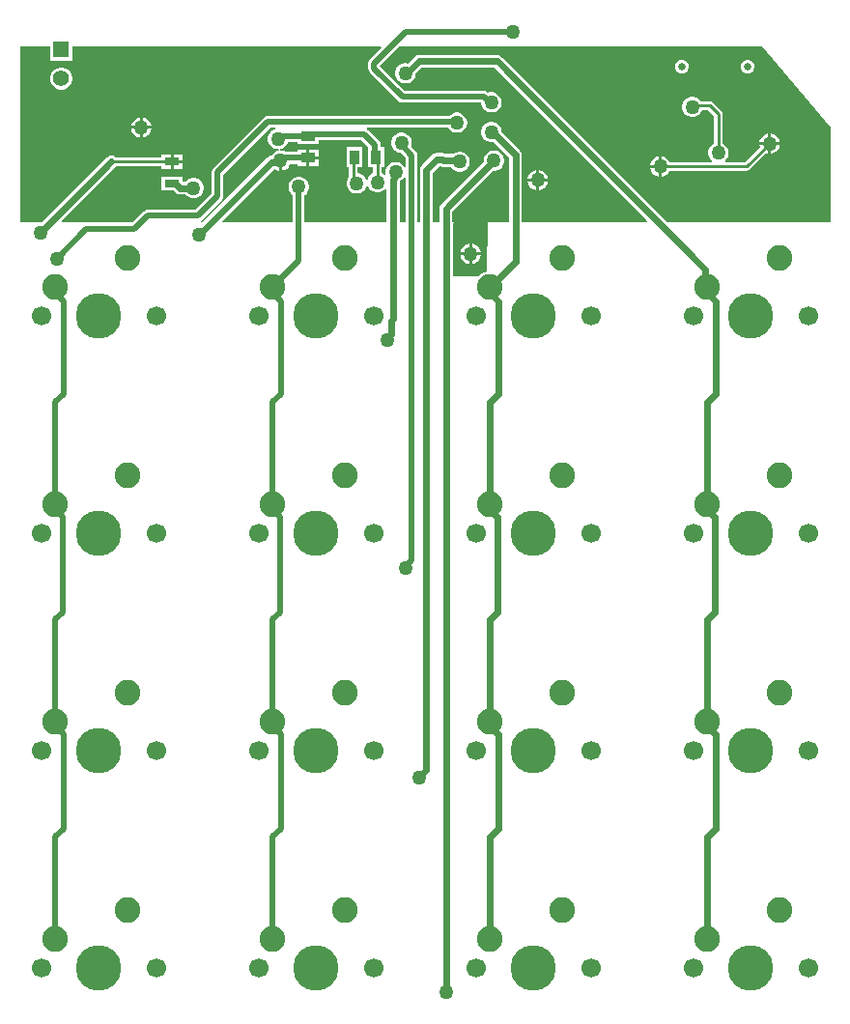
<source format=gbr>
G04*
G04 #@! TF.GenerationSoftware,Altium Limited,Altium Designer,22.4.2 (48)*
G04*
G04 Layer_Physical_Order=1*
G04 Layer_Color=255*
%FSLAX43Y43*%
%MOMM*%
G71*
G04*
G04 #@! TF.SameCoordinates,BF6EAB14-F510-4D30-AECA-DAF16463F929*
G04*
G04*
G04 #@! TF.FilePolarity,Positive*
G04*
G01*
G75*
%ADD12C,0.254*%
%ADD13R,1.300X0.700*%
%ADD14R,1.300X0.900*%
%ADD15R,0.900X1.300*%
%ADD26C,0.500*%
%ADD27C,0.625*%
%ADD28C,2.250*%
%ADD29C,1.700*%
%ADD30C,3.988*%
%ADD31C,0.650*%
%ADD32C,1.416*%
%ADD33R,1.416X1.416*%
%ADD34C,1.270*%
G36*
X129600Y91500D02*
Y83200D01*
X115317D01*
X100808Y97708D01*
X100621Y97834D01*
X100400Y97878D01*
X93549D01*
X93328Y97834D01*
X93140Y97708D01*
X92554Y97122D01*
X92492Y97139D01*
X92258D01*
X92032Y97078D01*
X91829Y96961D01*
X91664Y96796D01*
X91547Y96593D01*
X91486Y96367D01*
Y96133D01*
X91547Y95907D01*
X91664Y95704D01*
X91829Y95539D01*
X92032Y95422D01*
X92258Y95361D01*
X92492D01*
X92718Y95422D01*
X92921Y95539D01*
X93086Y95704D01*
X93203Y95907D01*
X93264Y96133D01*
Y96198D01*
X93788Y96722D01*
X100161D01*
X113566Y83317D01*
X113517Y83200D01*
X102578D01*
Y89100D01*
X102534Y89321D01*
X102408Y89508D01*
X100789Y91128D01*
Y91217D01*
X100728Y91443D01*
X100611Y91646D01*
X100446Y91811D01*
X100243Y91928D01*
X100017Y91989D01*
X99783D01*
X99557Y91928D01*
X99354Y91811D01*
X99189Y91646D01*
X99072Y91443D01*
X99011Y91217D01*
Y90983D01*
X99072Y90757D01*
X99189Y90554D01*
X99354Y90389D01*
X99557Y90272D01*
X99783Y90211D01*
X100017D01*
X100061Y90223D01*
X101422Y88861D01*
Y83200D01*
X99620D01*
X99525Y78897D01*
X99258Y78825D01*
X98943Y78643D01*
X98793Y78493D01*
X96640Y78473D01*
X96550Y78563D01*
Y83128D01*
X96577Y83200D01*
X96478D01*
Y84161D01*
X100028Y87711D01*
X100217D01*
X100443Y87772D01*
X100646Y87889D01*
X100811Y88054D01*
X100928Y88257D01*
X100989Y88483D01*
Y88717D01*
X100928Y88943D01*
X100811Y89146D01*
X100646Y89311D01*
X100443Y89428D01*
X100217Y89489D01*
X99983D01*
X99757Y89428D01*
X99554Y89311D01*
X99389Y89146D01*
X99272Y88943D01*
X99211Y88717D01*
Y88528D01*
X95492Y84808D01*
X95366Y84621D01*
X95322Y84400D01*
Y83200D01*
X94778D01*
Y87561D01*
X95339Y88122D01*
X95424D01*
X95473Y88090D01*
X95694Y88046D01*
X96361D01*
X96414Y87954D01*
X96579Y87789D01*
X96782Y87672D01*
X97008Y87611D01*
X97242D01*
X97468Y87672D01*
X97671Y87789D01*
X97836Y87954D01*
X97953Y88157D01*
X98014Y88383D01*
Y88617D01*
X97953Y88843D01*
X97836Y89046D01*
X97671Y89211D01*
X97468Y89328D01*
X97242Y89389D01*
X97008D01*
X96782Y89328D01*
X96579Y89211D01*
X96569Y89201D01*
X95888D01*
X95839Y89234D01*
X95618Y89278D01*
X95100D01*
X94879Y89234D01*
X94692Y89108D01*
X93792Y88208D01*
X93666Y88021D01*
X93622Y87800D01*
Y83200D01*
X93414D01*
Y89067D01*
X93375Y89263D01*
X93263Y89430D01*
X92860Y89833D01*
X92914Y90033D01*
Y90267D01*
X92853Y90493D01*
X92736Y90696D01*
X92571Y90861D01*
X92368Y90978D01*
X92142Y91039D01*
X91908D01*
X91682Y90978D01*
X91479Y90861D01*
X91314Y90696D01*
X91197Y90493D01*
X91136Y90267D01*
Y90033D01*
X91197Y89807D01*
X91314Y89604D01*
X91479Y89439D01*
X91682Y89322D01*
X91908Y89261D01*
X91979D01*
X92386Y88854D01*
Y88097D01*
X92259Y88063D01*
X92211Y88146D01*
X92046Y88311D01*
X91843Y88428D01*
X91617Y88489D01*
X91383D01*
X91157Y88428D01*
X90954Y88311D01*
X90789Y88146D01*
X90672Y87943D01*
X90611Y87717D01*
Y87483D01*
X90632Y87405D01*
X90518Y87339D01*
X90446Y87411D01*
X90288Y87502D01*
Y87996D01*
X90504D01*
Y89804D01*
X90209D01*
Y89955D01*
X90169Y90152D01*
X90058Y90319D01*
X89095Y91282D01*
X88979Y91359D01*
X89018Y91486D01*
X96102D01*
X96164Y91379D01*
X96329Y91214D01*
X96532Y91097D01*
X96758Y91036D01*
X96992D01*
X97218Y91097D01*
X97421Y91214D01*
X97586Y91379D01*
X97703Y91582D01*
X97764Y91808D01*
Y92042D01*
X97703Y92268D01*
X97586Y92471D01*
X97421Y92636D01*
X97218Y92753D01*
X96992Y92814D01*
X96758D01*
X96532Y92753D01*
X96329Y92636D01*
X96207Y92514D01*
X80300D01*
X80103Y92475D01*
X79937Y92363D01*
X75537Y87963D01*
X75425Y87797D01*
X75386Y87600D01*
Y85713D01*
X73987Y84314D01*
X69783D01*
X69587Y84275D01*
X69420Y84163D01*
X68456Y83200D01*
X62283D01*
X62234Y83317D01*
X67008Y88092D01*
X67022Y88112D01*
X70996D01*
Y87896D01*
X71773D01*
Y88500D01*
Y89104D01*
X70996D01*
Y88888D01*
X67022D01*
X67008Y88908D01*
X66821Y89034D01*
X66600Y89078D01*
X66379Y89034D01*
X66192Y88908D01*
X60483Y83200D01*
X58690D01*
X58600Y83290D01*
X58600Y84000D01*
X58600Y98611D01*
X61238D01*
Y97378D01*
X63162D01*
Y98611D01*
X90219D01*
X90267Y98494D01*
X89244Y97470D01*
X89132Y97304D01*
X89093Y97107D01*
Y96693D01*
X89132Y96496D01*
X89244Y96330D01*
X91737Y93837D01*
X91903Y93725D01*
X92100Y93686D01*
X99009D01*
X99011Y93684D01*
Y93583D01*
X99072Y93357D01*
X99189Y93154D01*
X99354Y92989D01*
X99557Y92872D01*
X99783Y92811D01*
X100017D01*
X100243Y92872D01*
X100446Y92989D01*
X100611Y93154D01*
X100728Y93357D01*
X100789Y93583D01*
Y93817D01*
X100728Y94043D01*
X100611Y94246D01*
X100446Y94411D01*
X100243Y94528D01*
X100017Y94589D01*
X99783D01*
X99607Y94542D01*
X99585Y94563D01*
X99419Y94675D01*
X99222Y94714D01*
X92313D01*
X90127Y96900D01*
X91838Y98611D01*
X123600D01*
X129600Y91500D01*
D02*
G37*
G36*
X89025Y89898D02*
X89096Y89804D01*
X89096D01*
X89096Y89804D01*
Y87996D01*
X89512D01*
Y87502D01*
X89354Y87411D01*
X89189Y87246D01*
X89072Y87043D01*
X89052Y86971D01*
X88980Y86955D01*
X88918Y86961D01*
X88811Y87146D01*
X88646Y87311D01*
X88443Y87428D01*
X88217Y87489D01*
X88188D01*
Y87996D01*
X88604D01*
Y89804D01*
X87196D01*
Y87996D01*
X87412D01*
Y87175D01*
X87413Y87170D01*
X87389Y87146D01*
X87272Y86943D01*
X87211Y86717D01*
Y86483D01*
X87272Y86257D01*
X87389Y86054D01*
X87554Y85889D01*
X87757Y85772D01*
X87983Y85711D01*
X88217D01*
X88443Y85772D01*
X88646Y85889D01*
X88811Y86054D01*
X88928Y86257D01*
X88948Y86329D01*
X89020Y86345D01*
X89082Y86339D01*
X89189Y86154D01*
X89354Y85989D01*
X89557Y85872D01*
X89783Y85811D01*
X90017D01*
X90243Y85872D01*
X90446Y85989D01*
X90595Y86138D01*
X90722Y86116D01*
Y83200D01*
X83514D01*
Y85570D01*
X83546Y85589D01*
X83711Y85754D01*
X83828Y85957D01*
X83889Y86183D01*
Y86417D01*
X83828Y86643D01*
X83711Y86846D01*
X83546Y87011D01*
X83343Y87128D01*
X83117Y87189D01*
X82883D01*
X82657Y87128D01*
X82454Y87011D01*
X82289Y86846D01*
X82172Y86643D01*
X82111Y86417D01*
Y86183D01*
X82172Y85957D01*
X82289Y85754D01*
X82454Y85589D01*
X82486Y85570D01*
Y83200D01*
X76358D01*
X76309Y83317D01*
X80871Y87879D01*
X81057Y87772D01*
X81273Y87714D01*
Y88600D01*
X81527D01*
Y87714D01*
X81743Y87772D01*
X81946Y87889D01*
X82111Y88054D01*
X82228Y88257D01*
X82245Y88318D01*
X82928D01*
Y88128D01*
X83705D01*
Y88832D01*
Y89536D01*
X82928D01*
Y89346D01*
X81886D01*
X81743Y89428D01*
X81517Y89489D01*
X81352D01*
X81336Y89616D01*
X81543Y89672D01*
X81746Y89789D01*
X81911Y89954D01*
X82028Y90157D01*
X82045Y90218D01*
X82928D01*
Y90028D01*
X84736D01*
Y90405D01*
X88518D01*
X89025Y89898D01*
D02*
G37*
G36*
X92386Y87103D02*
Y83200D01*
X91878D01*
Y86751D01*
X91910Y86799D01*
X91913Y86812D01*
X92046Y86889D01*
X92211Y87054D01*
X92259Y87137D01*
X92386Y87103D01*
D02*
G37*
G36*
X80971Y91359D02*
X80857Y91328D01*
X80654Y91211D01*
X80489Y91046D01*
X80372Y90843D01*
X80311Y90617D01*
Y90383D01*
X80372Y90157D01*
X80489Y89954D01*
X80654Y89789D01*
X80857Y89672D01*
X81083Y89611D01*
X81248D01*
X81264Y89484D01*
X81057Y89428D01*
X80854Y89311D01*
X80689Y89146D01*
X80634Y89051D01*
X80431Y89010D01*
X80243Y88885D01*
X74558Y83200D01*
X74418D01*
X74397Y83325D01*
X74563Y83437D01*
X76263Y85137D01*
X76375Y85303D01*
X76414Y85500D01*
Y87387D01*
X80513Y91486D01*
X80955D01*
X80971Y91359D01*
D02*
G37*
%LPC*%
G36*
X122470Y97424D02*
X122240D01*
X122027Y97336D01*
X121864Y97173D01*
X121776Y96960D01*
Y96730D01*
X121864Y96517D01*
X122027Y96354D01*
X122240Y96266D01*
X122470D01*
X122683Y96354D01*
X122846Y96517D01*
X122934Y96730D01*
Y96960D01*
X122846Y97173D01*
X122683Y97336D01*
X122470Y97424D01*
D02*
G37*
G36*
X116690D02*
X116460D01*
X116247Y97336D01*
X116084Y97173D01*
X115996Y96960D01*
Y96730D01*
X116084Y96517D01*
X116247Y96354D01*
X116460Y96266D01*
X116690D01*
X116903Y96354D01*
X117066Y96517D01*
X117154Y96730D01*
Y96960D01*
X117066Y97173D01*
X116903Y97336D01*
X116690Y97424D01*
D02*
G37*
G36*
X62327Y96762D02*
X62073D01*
X61829Y96696D01*
X61609Y96570D01*
X61430Y96391D01*
X61304Y96171D01*
X61238Y95927D01*
Y95673D01*
X61304Y95429D01*
X61430Y95209D01*
X61609Y95030D01*
X61829Y94904D01*
X62073Y94838D01*
X62327D01*
X62571Y94904D01*
X62791Y95030D01*
X62970Y95209D01*
X63096Y95429D01*
X63162Y95673D01*
Y95927D01*
X63096Y96171D01*
X62970Y96391D01*
X62791Y96570D01*
X62571Y96696D01*
X62327Y96762D01*
D02*
G37*
G36*
X69327Y92386D02*
Y91627D01*
X70086D01*
X70028Y91843D01*
X69911Y92046D01*
X69746Y92211D01*
X69543Y92328D01*
X69327Y92386D01*
D02*
G37*
G36*
X69073D02*
X68857Y92328D01*
X68654Y92211D01*
X68489Y92046D01*
X68372Y91843D01*
X68314Y91627D01*
X69073D01*
Y92386D01*
D02*
G37*
G36*
X70086Y91373D02*
X69327D01*
Y90614D01*
X69543Y90672D01*
X69746Y90789D01*
X69911Y90954D01*
X70028Y91157D01*
X70086Y91373D01*
D02*
G37*
G36*
X69073D02*
X68314D01*
X68372Y91157D01*
X68489Y90954D01*
X68654Y90789D01*
X68857Y90672D01*
X69073Y90614D01*
Y91373D01*
D02*
G37*
G36*
X124427Y90986D02*
Y90227D01*
X125186D01*
X125128Y90443D01*
X125011Y90646D01*
X124846Y90811D01*
X124643Y90928D01*
X124427Y90986D01*
D02*
G37*
G36*
X124173D02*
X123957Y90928D01*
X123754Y90811D01*
X123589Y90646D01*
X123472Y90443D01*
X123414Y90227D01*
X124173D01*
Y90986D01*
D02*
G37*
G36*
X125186Y89973D02*
X124427D01*
Y89214D01*
X124643Y89272D01*
X124846Y89389D01*
X125011Y89554D01*
X125128Y89757D01*
X125186Y89973D01*
D02*
G37*
G36*
X117617Y94189D02*
X117383D01*
X117157Y94128D01*
X116954Y94011D01*
X116789Y93846D01*
X116672Y93643D01*
X116611Y93417D01*
Y93183D01*
X116672Y92957D01*
X116789Y92754D01*
X116954Y92589D01*
X117157Y92472D01*
X117383Y92411D01*
X117617D01*
X117843Y92472D01*
X118046Y92589D01*
X118211Y92754D01*
X118328Y92957D01*
X118351Y93040D01*
X118911D01*
X119412Y92539D01*
Y90102D01*
X119254Y90011D01*
X119089Y89846D01*
X118972Y89643D01*
X118911Y89417D01*
Y89183D01*
X118972Y88957D01*
X119089Y88754D01*
X119227Y88615D01*
X119189Y88488D01*
X115502D01*
X115411Y88646D01*
X115246Y88811D01*
X115043Y88928D01*
X114827Y88986D01*
Y88100D01*
Y87214D01*
X115043Y87272D01*
X115246Y87389D01*
X115411Y87554D01*
X115502Y87712D01*
X122300D01*
X122449Y87741D01*
X122575Y87825D01*
X124007Y89258D01*
X124173Y89214D01*
Y89973D01*
X123414D01*
X123458Y89807D01*
X122139Y88488D01*
X120411D01*
X120373Y88615D01*
X120511Y88754D01*
X120628Y88957D01*
X120689Y89183D01*
Y89417D01*
X120628Y89643D01*
X120511Y89846D01*
X120346Y90011D01*
X120188Y90102D01*
Y92700D01*
X120159Y92849D01*
X120075Y92975D01*
X119346Y93703D01*
X119220Y93787D01*
X119071Y93817D01*
X118228D01*
X118211Y93846D01*
X118046Y94011D01*
X117843Y94128D01*
X117617Y94189D01*
D02*
G37*
G36*
X72804Y89104D02*
X72027D01*
Y88627D01*
X72804D01*
Y89104D01*
D02*
G37*
G36*
X114573Y88986D02*
X114357Y88928D01*
X114154Y88811D01*
X113989Y88646D01*
X113872Y88443D01*
X113814Y88227D01*
X114573D01*
Y88986D01*
D02*
G37*
G36*
X72804Y88373D02*
X72027D01*
Y87896D01*
X72804D01*
Y88373D01*
D02*
G37*
G36*
X114573Y87973D02*
X113814D01*
X113872Y87757D01*
X113989Y87554D01*
X114154Y87389D01*
X114357Y87272D01*
X114573Y87214D01*
Y87973D01*
D02*
G37*
G36*
X104087Y87786D02*
Y87027D01*
X104847D01*
X104789Y87243D01*
X104672Y87446D01*
X104506Y87611D01*
X104303Y87728D01*
X104087Y87786D01*
D02*
G37*
G36*
X103833D02*
X103617Y87728D01*
X103414Y87611D01*
X103249Y87446D01*
X103132Y87243D01*
X103074Y87027D01*
X103833D01*
Y87786D01*
D02*
G37*
G36*
X104847Y86773D02*
X104087D01*
Y86014D01*
X104303Y86072D01*
X104506Y86189D01*
X104672Y86354D01*
X104789Y86557D01*
X104847Y86773D01*
D02*
G37*
G36*
X103833D02*
X103074D01*
X103132Y86557D01*
X103249Y86354D01*
X103414Y86189D01*
X103617Y86072D01*
X103833Y86014D01*
Y86773D01*
D02*
G37*
G36*
X72804Y87204D02*
X70996D01*
Y85996D01*
X71987D01*
X72192Y85792D01*
X72379Y85666D01*
X72600Y85622D01*
X73120D01*
X73254Y85489D01*
X73457Y85372D01*
X73683Y85311D01*
X73917D01*
X74143Y85372D01*
X74346Y85489D01*
X74511Y85654D01*
X74628Y85857D01*
X74689Y86083D01*
Y86317D01*
X74628Y86543D01*
X74511Y86746D01*
X74346Y86911D01*
X74143Y87028D01*
X73917Y87089D01*
X73683D01*
X73457Y87028D01*
X73254Y86911D01*
X73120Y86778D01*
X72839D01*
X72804Y86813D01*
Y87204D01*
D02*
G37*
G36*
X98202Y81311D02*
Y80552D01*
X98961D01*
X98903Y80768D01*
X98786Y80971D01*
X98621Y81136D01*
X98418Y81253D01*
X98202Y81311D01*
D02*
G37*
G36*
X97948D02*
X97732Y81253D01*
X97529Y81136D01*
X97364Y80971D01*
X97247Y80768D01*
X97189Y80552D01*
X97948D01*
Y81311D01*
D02*
G37*
G36*
X98961Y80298D02*
X98202D01*
Y79539D01*
X98418Y79597D01*
X98621Y79714D01*
X98786Y79879D01*
X98903Y80082D01*
X98961Y80298D01*
D02*
G37*
G36*
X97948D02*
X97189D01*
X97247Y80082D01*
X97364Y79879D01*
X97529Y79714D01*
X97732Y79597D01*
X97948Y79539D01*
Y80298D01*
D02*
G37*
G36*
X84736Y89536D02*
X83959D01*
Y88959D01*
X84736D01*
Y89536D01*
D02*
G37*
G36*
Y88705D02*
X83959D01*
Y88128D01*
X84736D01*
Y88705D01*
D02*
G37*
%LPD*%
D12*
X66600Y88500D02*
X71900D01*
X89900Y86700D02*
Y88900D01*
X118840Y57953D02*
Y58490D01*
Y39003D02*
Y39440D01*
X99790Y77000D02*
Y77540D01*
X117629Y93429D02*
X119071D01*
X119800Y89800D02*
Y92700D01*
X119071Y93429D02*
X119800Y92700D01*
X114700Y88100D02*
X122300D01*
X124300Y90100D01*
X71900Y86600D02*
X72200D01*
X87800Y87175D02*
Y88900D01*
X88100Y86600D02*
Y86875D01*
X87800Y87175D02*
X88100Y86875D01*
X117500Y93300D02*
X117629Y93429D01*
D13*
X71900Y86600D02*
D03*
Y88500D02*
D03*
D14*
X83832Y88832D02*
D03*
Y90732D02*
D03*
D15*
X87900Y88900D02*
D03*
X89800D02*
D03*
D26*
X80300Y92000D02*
X96800D01*
X96875Y91925D01*
X81841Y88832D02*
X83832D01*
X81400Y88600D02*
X81608D01*
X81841Y88832D01*
X81408Y90500D02*
X81641Y90732D01*
X83832D01*
X81200Y90500D02*
X81408D01*
X83832Y90732D02*
X84019Y90919D01*
X75900Y87600D02*
X80300Y92000D01*
X92025Y89942D02*
X92900Y89067D01*
Y53578D02*
Y89067D01*
X92025Y89942D02*
Y90150D01*
X64400Y82600D02*
X68583D01*
X61800Y80000D02*
X64400Y82600D01*
X92400Y53078D02*
X92900Y53578D01*
X84019Y90919D02*
X88731D01*
X89695Y89955D01*
Y89005D02*
X89800Y88900D01*
X89695Y89005D02*
Y89955D01*
X89607Y96693D02*
X92100Y94200D01*
X89607Y96693D02*
Y97107D01*
X92400Y99900D02*
X101800D01*
X89607Y97107D02*
X92400Y99900D01*
X92100Y94200D02*
X99222D01*
X99722Y93700D01*
X99900D01*
X92400Y52900D02*
Y53078D01*
X74200Y83800D02*
X75900Y85500D01*
X69783Y83800D02*
X74200D01*
X68583Y82600D02*
X69783Y83800D01*
X75900Y85500D02*
Y87600D01*
X61690Y57953D02*
Y67440D01*
Y48390D02*
X62300Y49000D01*
Y57343D01*
X61690Y57953D02*
X62300Y57343D01*
X61690Y67440D02*
X62400Y68150D01*
X61690Y77000D02*
X62400Y76290D01*
Y68150D02*
Y76290D01*
X61690Y20390D02*
Y29340D01*
X62400Y30050D01*
Y38293D01*
X61690Y39003D02*
Y48390D01*
Y39003D02*
X62400Y38293D01*
X80740Y57953D02*
Y67440D01*
Y48390D02*
X81350Y49000D01*
Y57343D01*
X80740Y57953D02*
X81350Y57343D01*
X80740Y67440D02*
X81450Y68150D01*
X80740Y77000D02*
X81450Y76290D01*
Y68150D02*
Y76290D01*
X80740Y20390D02*
Y29340D01*
X81450Y30050D01*
Y38293D01*
X80740Y39003D02*
Y48390D01*
Y39003D02*
X81450Y38293D01*
X83000Y79798D02*
Y86300D01*
X80740Y77538D02*
X83000Y79798D01*
D27*
X93549Y97300D02*
X100400D01*
X92375Y96250D02*
X92499D01*
X93549Y97300D01*
X95618Y88700D02*
X95694Y88623D01*
X95100Y88700D02*
X95618D01*
X97002Y88623D02*
X97125Y88500D01*
X95694Y88623D02*
X97002D01*
X81277Y88477D02*
X81400Y88600D01*
X74275Y82100D02*
X80652Y88477D01*
X81277D01*
X60375Y82275D02*
X66600Y88500D01*
X95900Y15700D02*
Y84400D01*
X100100Y88600D01*
X100400Y97300D02*
X118667Y79033D01*
Y77713D02*
X118840Y77540D01*
X118667Y77713D02*
Y79033D01*
X99790Y77538D02*
X102000Y79748D01*
X100000Y91100D02*
X102000Y89100D01*
Y79748D02*
Y89100D01*
X99900Y91100D02*
X100000D01*
X91100Y74547D02*
X91300Y74747D01*
X90800Y73075D02*
X91100Y73375D01*
X91300Y74747D02*
Y86944D01*
X90800Y72900D02*
Y73075D01*
X91100Y73375D02*
Y74547D01*
X91300Y86944D02*
X91377Y87021D01*
Y87477D01*
X91500Y87600D01*
X94200Y87800D02*
X95100Y88700D01*
X93605Y34495D02*
Y34589D01*
X94200Y35184D02*
Y87800D01*
X93605Y34589D02*
X94200Y35184D01*
X118840Y58490D02*
Y67440D01*
Y39440D02*
Y48390D01*
X119450Y49000D01*
Y57343D01*
X118840Y57953D02*
X119450Y57343D01*
X118840Y67440D02*
X119550Y68150D01*
X118840Y77000D02*
X119550Y76290D01*
Y68150D02*
Y76290D01*
X118840Y20390D02*
Y29340D01*
X119550Y30050D01*
Y38293D01*
X118840Y39003D02*
X119550Y38293D01*
X99790Y39003D02*
X100500Y38293D01*
X99790Y39003D02*
Y48390D01*
X100500Y30050D02*
Y38293D01*
X99790Y29340D02*
X100500Y30050D01*
X99790Y20390D02*
Y29340D01*
X100500Y68150D02*
Y76290D01*
X99790Y77000D02*
X100500Y76290D01*
X99790Y67440D02*
X100500Y68150D01*
X99790Y57953D02*
X100400Y57343D01*
Y49000D02*
Y57343D01*
X99790Y48390D02*
X100400Y49000D01*
X99790Y57953D02*
Y67440D01*
X72200Y86600D02*
X72600Y86200D01*
X73800D01*
D28*
X61690Y77540D02*
D03*
X68010Y80080D02*
D03*
X87060D02*
D03*
X80740Y77540D02*
D03*
X99790D02*
D03*
X106110Y80080D02*
D03*
X125160D02*
D03*
X118840Y77540D02*
D03*
X61690Y58490D02*
D03*
X68010Y61030D02*
D03*
X87060D02*
D03*
X80740Y58490D02*
D03*
X99790D02*
D03*
X106110Y61030D02*
D03*
X125160D02*
D03*
X118840Y58490D02*
D03*
X61690Y39440D02*
D03*
X68010Y41980D02*
D03*
X87060D02*
D03*
X80740Y39440D02*
D03*
X99790D02*
D03*
X106110Y41980D02*
D03*
X125160D02*
D03*
X118840Y39440D02*
D03*
X61690Y20390D02*
D03*
X68010Y22930D02*
D03*
X87060D02*
D03*
X80740Y20390D02*
D03*
X99790D02*
D03*
X106110Y22930D02*
D03*
X125160D02*
D03*
X118840Y20390D02*
D03*
D29*
X70500Y75000D02*
D03*
X60500D02*
D03*
X79550D02*
D03*
X89550D02*
D03*
X108600D02*
D03*
X98600D02*
D03*
X117650D02*
D03*
X127650D02*
D03*
X70500Y55950D02*
D03*
X60500D02*
D03*
X79550D02*
D03*
X89550D02*
D03*
X108600D02*
D03*
X98600D02*
D03*
X117650D02*
D03*
X127650D02*
D03*
X70500Y36900D02*
D03*
X60500D02*
D03*
X79550D02*
D03*
X89550D02*
D03*
X108600D02*
D03*
X98600D02*
D03*
X117650D02*
D03*
X127650D02*
D03*
X70500Y17850D02*
D03*
X60500D02*
D03*
X79550D02*
D03*
X89550D02*
D03*
X108600D02*
D03*
X98600D02*
D03*
X117650D02*
D03*
X127650D02*
D03*
D30*
X65500Y75000D02*
D03*
X84550D02*
D03*
X103600D02*
D03*
X122650D02*
D03*
X65500Y55950D02*
D03*
X84550D02*
D03*
X103600D02*
D03*
X122650D02*
D03*
X65500Y36900D02*
D03*
X84550D02*
D03*
X103600D02*
D03*
X122650D02*
D03*
X65500Y17850D02*
D03*
X84550D02*
D03*
X103600D02*
D03*
X122650D02*
D03*
D31*
X122355Y96845D02*
D03*
X116575D02*
D03*
D32*
X62200Y95800D02*
D03*
D33*
Y98340D02*
D03*
D34*
X96875Y91925D02*
D03*
X92375Y96250D02*
D03*
X97125Y88500D02*
D03*
X92025Y90150D02*
D03*
X60375Y82275D02*
D03*
X74275Y82100D02*
D03*
X98075Y80425D02*
D03*
X101800Y99900D02*
D03*
X99900Y93700D02*
D03*
Y91100D02*
D03*
X103960Y86900D02*
D03*
X69200Y91500D02*
D03*
X95900Y15700D02*
D03*
X100100Y88600D02*
D03*
X93605Y34495D02*
D03*
X92400Y52900D02*
D03*
X90800Y72900D02*
D03*
X91500Y87600D02*
D03*
X83000Y86300D02*
D03*
X61800Y80000D02*
D03*
X114700Y88100D02*
D03*
X124300Y90100D02*
D03*
X73800Y86200D02*
D03*
X81400Y88600D02*
D03*
X81200Y90500D02*
D03*
X89900Y86700D02*
D03*
X88100Y86600D02*
D03*
X117500Y93300D02*
D03*
X119800Y89300D02*
D03*
M02*

</source>
